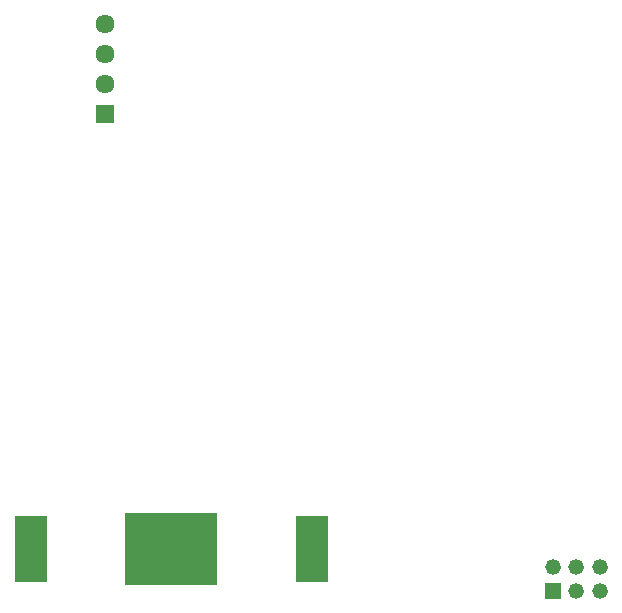
<source format=gbr>
G04 EAGLE Gerber RS-274X export*
G75*
%MOMM*%
%FSLAX34Y34*%
%LPD*%
%INSoldermask Bottom*%
%IPPOS*%
%AMOC8*
5,1,8,0,0,1.08239X$1,22.5*%
G01*
%ADD10R,2.701600X5.661600*%
%ADD11R,7.901600X6.061600*%
%ADD12R,1.320800X1.320800*%
%ADD13C,1.320800*%
%ADD14R,1.609600X1.609600*%
%ADD15C,1.609600*%


D10*
X271450Y101600D03*
X33350Y101600D03*
D11*
X152400Y101600D03*
D12*
X475300Y66200D03*
D13*
X475300Y86200D03*
X495300Y66200D03*
X495300Y86200D03*
X515300Y66200D03*
X515300Y86200D03*
D14*
X96520Y469900D03*
D15*
X96520Y495300D03*
X96520Y520700D03*
X96520Y546100D03*
M02*

</source>
